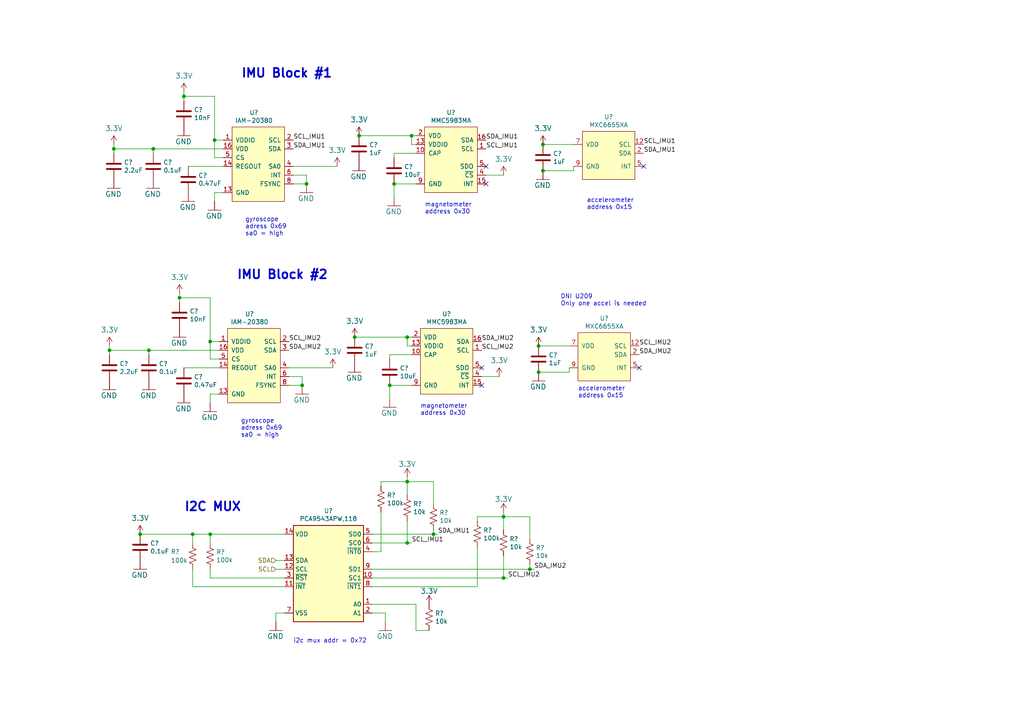
<source format=kicad_sch>
(kicad_sch (version 20211123) (generator eeschema)
  (paper "A4")
  (lib_symbols
    (symbol "mainboard-rescue:C-Device-mainboard-rescue" (pin_numbers hide) (pin_names (offset 0.254))
      (property "Reference" "C" (at 0.635 2.54 0))
      (property "Value" "C-Device-mainboard-rescue" (at 0.635 -2.54 0))
      (symbol "C-Device-mainboard-rescue_0_1"
        (polyline (pts (xy -2.032 -0.762) (xy 2.032 -0.762)) (stroke (width 0.508)))
        (polyline (pts (xy -2.032 0.762) (xy 2.032 0.762)) (stroke (width 0.508)))
      )
      (symbol "C-Device-mainboard-rescue_1_1"
        (pin passive line (at 0 3.81 270) (length 2.794) (name "~") (number "1"))
        (pin passive line (at 0 -3.81 90) (length 2.794) (name "~") (number "2"))
      )
    )
    (symbol "mainboard-rescue:R_US-Device-mainboard-rescue" (pin_numbers hide) (pin_names (offset 0))
      (property "Reference" "R" (at 2.54 0 90))
      (property "Value" "R_US-Device-mainboard-rescue" (at -2.54 0 90))
      (symbol "R_US-Device-mainboard-rescue_0_1"
        (polyline (pts (xy 0 -2.286) (xy 0 -2.54)))
        (polyline (pts (xy 0 2.286) (xy 0 2.54)))
        (polyline (pts (xy 0 -0.762) (xy 1.016 -1.143) (xy 0 -1.524) (xy -1.016 -1.905) (xy 0 -2.286)))
        (polyline (pts (xy 0 0.762) (xy 1.016 0.381) (xy 0 0) (xy -1.016 -0.381) (xy 0 -0.762)))
        (polyline (pts (xy 0 2.286) (xy 1.016 1.905) (xy 0 1.524) (xy -1.016 1.143) (xy 0 0.762)))
      )
      (symbol "R_US-Device-mainboard-rescue_1_1"
        (pin passive line (at 0 3.81 270) (length 1.27) (name "~") (number "1"))
        (pin passive line (at 0 -3.81 90) (length 1.27) (name "~") (number "2"))
      )
    )
    (symbol "mainboard:3.3V" (power) (pin_names (offset 1.016))
      (property "Value" "3.3V" (at -1.016 3.556 0))
      (symbol "3.3V_1_0"
        (polyline (pts (xy 0 2.54) (xy -0.762 1.27)))
        (polyline (pts (xy 0.762 1.27) (xy 0 2.54)))
        (pin power_in line (at 0 0 90) (length 2.54) (name "3.3V") (number "1"))
      )
    )
    (symbol "mainboard:GND" (power) (pin_names (offset 1.016))
      (property "Value" "GND" (at -2.54 -2.54 0))
      (symbol "GND_1_0"
        (polyline (pts (xy -1.905 0) (xy 1.905 0)))
        (pin power_in line (at 0 2.54 270) (length 2.54) (name "GND") (number "1"))
      )
    )
    (symbol "mainboard_SLI:IAM-20380" (pin_names (offset 1.016))
      (property "Reference" "U" (at 0 3.81 0))
      (property "Value" "IAM-20380" (at 0 1.27 0))
      (symbol "IAM-20380_0_0"
        (pin unspecified line (at -10.16 -3.81 0) (length 2.54) (name "VDDIO") (number "1"))
        (pin unspecified line (at -10.16 -19.05 0) (length 2.54) hide (name "RESV_GND") (number "10"))
        (pin unspecified line (at -10.16 -19.05 0) (length 2.54) hide (name "RESV_GND") (number "11"))
        (pin unspecified line (at -10.16 -19.05 0) (length 2.54) hide (name "RESV_GND") (number "12"))
        (pin unspecified line (at -10.16 -19.05 0) (length 2.54) (name "GND") (number "13"))
        (pin unspecified line (at -10.16 -11.43 0) (length 2.54) (name "REGOUT") (number "14"))
        (pin unspecified line (at -10.16 -19.05 0) (length 2.54) hide (name "RESV_GND") (number "15"))
        (pin unspecified line (at -10.16 -6.35 0) (length 2.54) (name "VDD") (number "16"))
        (pin unspecified line (at 10.16 -3.81 180) (length 2.54) (name "SCL") (number "2"))
        (pin unspecified line (at 10.16 -6.35 180) (length 2.54) (name "SDA") (number "3"))
        (pin unspecified line (at 10.16 -11.43 180) (length 2.54) (name "SA0") (number "4"))
        (pin unspecified line (at -10.16 -8.89 0) (length 2.54) (name "CS") (number "5"))
        (pin unspecified line (at 10.16 -13.97 180) (length 2.54) (name "INT") (number "6"))
        (pin unspecified line (at 10.16 -19.05 180) (length 2.54) hide (name "RESV_NC") (number "7"))
        (pin unspecified line (at 10.16 -16.51 180) (length 2.54) (name "FSYNC") (number "8"))
        (pin unspecified line (at -10.16 -19.05 0) (length 2.54) hide (name "RESV_GND") (number "9"))
      )
      (symbol "IAM-20380_0_1"
        (rectangle (start -7.62 0) (end 7.62 -21.59) (fill (type background)))
      )
    )
    (symbol "mainboard_SLI:MMC5983MA" (pin_names (offset 1.016))
      (property "Reference" "U" (at 0 3.81 0))
      (property "Value" "MMC5983MA" (at 0 1.27 0))
      (symbol "MMC5983MA_0_1"
        (rectangle (start -7.62 0) (end 7.62 -19.05) (fill (type background)))
      )
      (symbol "MMC5983MA_1_1"
        (pin input line (at 10.16 -6.35 180) (length 2.54) (name "SCL") (number "1"))
        (pin input line (at -10.16 -7.62 0) (length 2.54) (name "CAP") (number "10"))
        (pin input line (at -10.16 -16.51 0) (length 2.54) hide (name "GND") (number "11"))
        (pin input line (at -10.16 -5.08 0) (length 2.54) (name "VDDIO") (number "13"))
        (pin input line (at 10.16 -16.51 180) (length 2.54) (name "INT") (number "15"))
        (pin input line (at 10.16 -3.81 180) (length 2.54) (name "SDA") (number "16"))
        (pin input line (at -10.16 -2.54 0) (length 2.54) (name "VDD") (number "2"))
        (pin input line (at 10.16 -13.97 180) (length 2.54) (name "~{CS}") (number "4"))
        (pin input line (at 10.16 -11.43 180) (length 2.54) (name "SDO") (number "5"))
        (pin input line (at -10.16 -16.51 0) (length 2.54) (name "GND") (number "9"))
      )
    )
    (symbol "mainboard_SLI:MXC6655XA" (pin_names (offset 1.016))
      (property "Reference" "U" (at 0 3.81 0))
      (property "Value" "MXC6655XA" (at 0 1.27 0))
      (symbol "MXC6655XA_0_1"
        (rectangle (start -7.62 0) (end 7.62 -13.97) (fill (type background)))
      )
      (symbol "MXC6655XA_1_1"
        (pin input line (at 10.16 -3.81 180) (length 2.54) (name "SCL") (number "12"))
        (pin input line (at 10.16 -6.35 180) (length 2.54) (name "SDA") (number "2"))
        (pin input line (at 10.16 -10.16 180) (length 2.54) (name "INT") (number "5"))
        (pin input line (at -10.16 -3.81 0) (length 2.54) (name "VDD") (number "7"))
        (pin input line (at -10.16 -10.16 0) (length 2.54) (name "GND") (number "9"))
      )
    )
    (symbol "mainboard_SLI:PCA9543APW,118"
      (property "Reference" "U" (at 0 6.35 0))
      (property "Value" "PCA9543APW,118" (at 0 2.54 0))
      (symbol "PCA9543APW,118_0_1"
        (rectangle (start 8.89 0) (end -11.43 -27.94) (stroke (width 0.254)) (fill (type background)))
      )
      (symbol "PCA9543APW,118_1_1"
        (pin input line (at 11.43 -22.86 180) (length 2.54) (name "A0") (number "1"))
        (pin output line (at 11.43 -15.24 180) (length 2.54) (name "SC1") (number "10"))
        (pin open_collector line (at -13.97 -17.78 0) (length 2.54) (name "~{INT}") (number "11"))
        (pin input line (at -13.97 -12.7 0) (length 2.54) (name "SCL") (number "12"))
        (pin bidirectional line (at -13.97 -10.16 0) (length 2.54) (name "SDA") (number "13"))
        (pin power_in line (at -13.97 -2.54 0) (length 2.54) (name "VDD") (number "14"))
        (pin input line (at 11.43 -25.4 180) (length 2.54) (name "A1") (number "2"))
        (pin open_collector line (at -13.97 -15.24 0) (length 2.54) (name "~{RST}") (number "3"))
        (pin input line (at 11.43 -7.62 180) (length 2.54) (name "~{INT0}") (number "4"))
        (pin bidirectional line (at 11.43 -2.54 180) (length 2.54) (name "SD0") (number "5"))
        (pin output line (at 11.43 -5.08 180) (length 2.54) (name "SC0") (number "6"))
        (pin power_in line (at -13.97 -25.4 0) (length 2.54) (name "VSS") (number "7"))
        (pin input line (at 11.43 -17.78 180) (length 2.54) (name "~{INT1}") (number "8"))
        (pin bidirectional line (at 11.43 -12.7 180) (length 2.54) (name "SD1") (number "9"))
      )
    )
  )
  (junction (at 119.38 39.37))
  (junction (at 146.05 167.64))
  (junction (at 53.34 27.94))
  (junction (at 118.11 97.79))
  (junction (at 62.23 40.64))
  (junction (at 31.75 101.6))
  (junction (at 102.87 97.79))
  (junction (at 52.07 86.36))
  (junction (at 60.96 99.06))
  (junction (at 33.02 43.18))
  (junction (at 146.05 149.86))
  (junction (at 113.03 111.76))
  (junction (at 43.18 101.6))
  (junction (at 156.21 107.95))
  (junction (at 118.11 139.7))
  (junction (at 157.48 49.53))
  (junction (at 153.67 165.1))
  (junction (at 40.64 154.94))
  (junction (at 114.3 53.34))
  (junction (at 156.21 100.33))
  (junction (at 104.14 39.37))
  (junction (at 88.9 53.34))
  (junction (at 118.11 157.48))
  (junction (at 44.45 43.18))
  (junction (at 87.63 111.76))
  (junction (at 55.88 154.94))
  (junction (at 125.73 154.94))
  (junction (at 157.48 41.91))
  (junction (at 60.96 154.94))
  (no_connect (at 186.69 48.26))
  (no_connect (at 185.42 106.68))
  (no_connect (at 140.97 48.26))
  (no_connect (at 139.7 111.76))
  (no_connect (at 140.97 53.34))
  (no_connect (at 139.7 106.68))
  (wire (pts (xy 118.11 139.7) (xy 110.49 139.7)))
  (wire (pts (xy 85.09 50.8) (xy 88.9 50.8)))
  (wire (pts (xy 83.82 109.22) (xy 87.63 109.22)))
  (wire (pts (xy 60.96 167.64) (xy 60.96 165.1)))
  (wire (pts (xy 88.9 53.34) (xy 85.09 53.34)))
  (wire (pts (xy 33.02 41.91) (xy 33.02 43.18)))
  (wire (pts (xy 153.67 165.1) (xy 154.94 165.1)))
  (wire (pts (xy 114.3 45.72) (xy 114.3 44.45)))
  (wire (pts (xy 118.11 97.79) (xy 119.38 97.79)))
  (wire (pts (xy 146.05 161.29) (xy 146.05 167.64)))
  (wire (pts (xy 118.11 139.7) (xy 118.11 138.43)))
  (wire (pts (xy 120.65 182.88) (xy 124.46 182.88)))
  (wire (pts (xy 64.77 43.18) (xy 44.45 43.18)))
  (wire (pts (xy 146.05 149.86) (xy 146.05 148.59)))
  (wire (pts (xy 166.37 48.26) (xy 166.37 49.53)))
  (wire (pts (xy 88.9 50.8) (xy 88.9 53.34)))
  (wire (pts (xy 55.88 170.18) (xy 82.55 170.18)))
  (wire (pts (xy 60.96 157.48) (xy 60.96 154.94)))
  (wire (pts (xy 63.5 104.14) (xy 60.96 104.14)))
  (wire (pts (xy 40.64 154.94) (xy 55.88 154.94)))
  (wire (pts (xy 165.1 107.95) (xy 156.21 107.95)))
  (wire (pts (xy 33.02 43.18) (xy 44.45 43.18)))
  (wire (pts (xy 52.07 85.09) (xy 52.07 86.36)))
  (wire (pts (xy 125.73 139.7) (xy 125.73 146.05)))
  (wire (pts (xy 153.67 149.86) (xy 146.05 149.86)))
  (wire (pts (xy 118.11 143.51) (xy 118.11 139.7)))
  (wire (pts (xy 139.7 109.22) (xy 144.78 109.22)))
  (wire (pts (xy 60.96 114.3) (xy 60.96 116.84)))
  (wire (pts (xy 118.11 100.33) (xy 118.11 97.79)))
  (wire (pts (xy 60.96 86.36) (xy 60.96 99.06)))
  (wire (pts (xy 165.1 106.68) (xy 165.1 107.95)))
  (wire (pts (xy 153.67 163.83) (xy 153.67 165.1)))
  (wire (pts (xy 166.37 49.53) (xy 157.48 49.53)))
  (wire (pts (xy 82.55 162.56) (xy 80.01 162.56)))
  (wire (pts (xy 107.95 157.48) (xy 118.11 157.48)))
  (wire (pts (xy 60.96 154.94) (xy 82.55 154.94)))
  (wire (pts (xy 107.95 175.26) (xy 120.65 175.26)))
  (wire (pts (xy 64.77 40.64) (xy 62.23 40.64)))
  (wire (pts (xy 113.03 102.87) (xy 119.38 102.87)))
  (wire (pts (xy 114.3 44.45) (xy 120.65 44.45)))
  (wire (pts (xy 156.21 100.33) (xy 165.1 100.33)))
  (wire (pts (xy 53.34 26.67) (xy 53.34 27.94)))
  (wire (pts (xy 110.49 160.02) (xy 110.49 148.59)))
  (wire (pts (xy 44.45 43.18) (xy 44.45 44.45)))
  (wire (pts (xy 140.97 50.8) (xy 146.05 50.8)))
  (wire (pts (xy 33.02 43.18) (xy 33.02 44.45)))
  (wire (pts (xy 119.38 39.37) (xy 120.65 39.37)))
  (wire (pts (xy 63.5 106.68) (xy 53.34 106.68)))
  (wire (pts (xy 146.05 153.67) (xy 146.05 149.86)))
  (wire (pts (xy 110.49 139.7) (xy 110.49 140.97)))
  (wire (pts (xy 52.07 86.36) (xy 60.96 86.36)))
  (wire (pts (xy 119.38 100.33) (xy 118.11 100.33)))
  (wire (pts (xy 113.03 111.76) (xy 113.03 115.57)))
  (wire (pts (xy 62.23 27.94) (xy 62.23 40.64)))
  (wire (pts (xy 31.75 100.33) (xy 31.75 101.6)))
  (wire (pts (xy 53.34 27.94) (xy 62.23 27.94)))
  (wire (pts (xy 146.05 167.64) (xy 147.32 167.64)))
  (wire (pts (xy 153.67 165.1) (xy 107.95 165.1)))
  (wire (pts (xy 157.48 41.91) (xy 166.37 41.91)))
  (wire (pts (xy 60.96 167.64) (xy 82.55 167.64)))
  (wire (pts (xy 146.05 149.86) (xy 138.43 149.86)))
  (wire (pts (xy 55.88 165.1) (xy 55.88 170.18)))
  (wire (pts (xy 113.03 104.14) (xy 113.03 102.87)))
  (wire (pts (xy 125.73 139.7) (xy 118.11 139.7)))
  (wire (pts (xy 87.63 111.76) (xy 83.82 111.76)))
  (wire (pts (xy 113.03 111.76) (xy 119.38 111.76)))
  (wire (pts (xy 64.77 45.72) (xy 62.23 45.72)))
  (wire (pts (xy 82.55 177.8) (xy 80.01 177.8)))
  (wire (pts (xy 118.11 157.48) (xy 119.38 157.48)))
  (wire (pts (xy 114.3 53.34) (xy 120.65 53.34)))
  (wire (pts (xy 110.49 160.02) (xy 107.95 160.02)))
  (wire (pts (xy 31.75 101.6) (xy 43.18 101.6)))
  (wire (pts (xy 31.75 101.6) (xy 31.75 102.87)))
  (wire (pts (xy 107.95 167.64) (xy 146.05 167.64)))
  (wire (pts (xy 80.01 177.8) (xy 80.01 180.34)))
  (wire (pts (xy 125.73 154.94) (xy 127 154.94)))
  (wire (pts (xy 107.95 154.94) (xy 125.73 154.94)))
  (wire (pts (xy 63.5 101.6) (xy 43.18 101.6)))
  (wire (pts (xy 111.76 177.8) (xy 107.95 177.8)))
  (wire (pts (xy 52.07 86.36) (xy 52.07 87.63)))
  (wire (pts (xy 138.43 158.75) (xy 138.43 170.18)))
  (wire (pts (xy 63.5 114.3) (xy 60.96 114.3)))
  (wire (pts (xy 43.18 101.6) (xy 43.18 102.87)))
  (wire (pts (xy 104.14 39.37) (xy 119.38 39.37)))
  (wire (pts (xy 62.23 45.72) (xy 62.23 40.64)))
  (wire (pts (xy 63.5 99.06) (xy 60.96 99.06)))
  (wire (pts (xy 53.34 27.94) (xy 53.34 29.21)))
  (wire (pts (xy 55.88 157.48) (xy 55.88 154.94)))
  (wire (pts (xy 55.88 154.94) (xy 60.96 154.94)))
  (wire (pts (xy 118.11 157.48) (xy 118.11 151.13)))
  (wire (pts (xy 120.65 41.91) (xy 119.38 41.91)))
  (wire (pts (xy 62.23 55.88) (xy 62.23 58.42)))
  (wire (pts (xy 80.01 165.1) (xy 82.55 165.1)))
  (wire (pts (xy 60.96 104.14) (xy 60.96 99.06)))
  (wire (pts (xy 85.09 48.26) (xy 97.79 48.26)))
  (wire (pts (xy 153.67 149.86) (xy 153.67 156.21)))
  (wire (pts (xy 119.38 41.91) (xy 119.38 39.37)))
  (wire (pts (xy 138.43 149.86) (xy 138.43 151.13)))
  (wire (pts (xy 125.73 154.94) (xy 125.73 153.67)))
  (wire (pts (xy 102.87 97.79) (xy 118.11 97.79)))
  (wire (pts (xy 64.77 55.88) (xy 62.23 55.88)))
  (wire (pts (xy 120.65 175.26) (xy 120.65 182.88)))
  (wire (pts (xy 87.63 109.22) (xy 87.63 111.76)))
  (wire (pts (xy 83.82 106.68) (xy 96.52 106.68)))
  (wire (pts (xy 64.77 48.26) (xy 54.61 48.26)))
  (wire (pts (xy 111.76 177.8) (xy 111.76 180.34)))
  (wire (pts (xy 107.95 170.18) (xy 138.43 170.18)))
  (wire (pts (xy 114.3 53.34) (xy 114.3 57.15)))
  (text "gyroscope\nadress 0x69\nsa0 = high" (at 69.85 127 0) (effects (font (size 1.27 1.27)) (justify left bottom)))
  (text "DNI U209\nOnly one accel is needed" (at 162.56 88.9 0) (effects (font (size 1.27 1.27)) (justify left bottom)))
  (text "i2c mux addr = 0x72" (at 85.09 186.69 0) (effects (font (size 1.27 1.27)) (justify left bottom)))
  (text "accelerometer\naddress 0x15" (at 167.64 115.57 0) (effects (font (size 1.27 1.27)) (justify left bottom)))
  (text "magnetometer\naddress 0x30" (at 121.92 120.65 0) (effects (font (size 1.27 1.27)) (justify left bottom)))
  (text "I2C MUX" (at 53.34 148.59 0) (effects (font (size 2.54 2.54) (thickness 0.508) bold) (justify left bottom)))
  (text "IMU Block #2" (at 68.58 81.28 0) (effects (font (size 2.54 2.54) (thickness 0.508) bold) (justify left bottom)))
  (text "magnetometer\naddress 0x30" (at 123.19 62.23 0) (effects (font (size 1.27 1.27)) (justify left bottom)))
  (text "accelerometer\naddress 0x15" (at 170.18 60.96 0) (effects (font (size 1.27 1.27)) (justify left bottom)))
  (text "IMU Block #1" (at 69.85 22.86 0) (effects (font (size 2.54 2.54) (thickness 0.508) bold) (justify left bottom)))
  (text "gyroscope\nadress 0x69\nsa0 = high" (at 71.12 68.58 0) (effects (font (size 1.27 1.27)) (justify left bottom)))
  (label "SDA_IMU1" (at 140.97 40.64 0))
  (label "SCL_IMU1" (at 119.38 157.48 0))
  (label "SDA_IMU1" (at 127 154.94 0))
  (label "SDA_IMU2" (at 185.42 102.87 0))
  (label "SDA_IMU1" (at 186.69 44.45 0))
  (label "SCL_IMU2" (at 139.7 101.6 0))
  (label "SDA_IMU2" (at 83.82 101.6 0))
  (label "SCL_IMU1" (at 186.69 41.91 0))
  (label "SCL_IMU1" (at 140.97 43.18 0))
  (label "SDA_IMU2" (at 139.7 99.06 0))
  (label "SDA_IMU2" (at 154.94 165.1 0))
  (label "SDA_IMU1" (at 85.09 43.18 0))
  (label "SCL_IMU1" (at 85.09 40.64 0))
  (label "SCL_IMU2" (at 185.42 100.33 0))
  (label "SCL_IMU2" (at 83.82 99.06 0))
  (label "SCL_IMU2" (at 147.32 167.64 0))
  (hierarchical_label "SDA" (shape input) (at 80.01 162.56 180))
  (hierarchical_label "SCL" (shape input) (at 80.01 165.1 180))
  (symbol (lib_id "mainboard:GND") (at 62.23 60.96 0) (unit 1)
    (property "Reference" "#GND?" (effects hide))
    (property "Value" "GND" (at 59.69 63.5 0) (effects (font (size 1.4986 1.4986)) (justify left bottom)))
  )
  (symbol (lib_id "mainboard:GND") (at 54.61 58.42 0) (unit 1)
    (property "Reference" "#GND?" (effects hide))
    (property "Value" "GND" (at 52.07 60.96 0) (effects (font (size 1.4986 1.4986)) (justify left bottom)))
  )
  (symbol (lib_id "mainboard-rescue:C-Device-mainboard-rescue") (at 43.18 106.68 0) (unit 1)
    (property "Reference" "C?" (at 46.101 105.5116 0) (effects (justify left)))
    (property "Value" "0.1uF" (at 46.101 107.823 0) (effects (justify left)))
    (property "Footprint" "Capacitor_SMD:C_0603_1608Metric" (effects hide))
  )
  (symbol (lib_id "mainboard_SLI:IAM-20380") (at 74.93 36.83 0) (unit 1)
    (property "Reference" "U?" (at 73.66 32.639 0))
    (property "Value" "IAM-20380" (at 73.66 34.9504 0))
    (property "Footprint" "payload-interface-board:IAM-20380" (effects hide))
  )
  (symbol (lib_id "mainboard-rescue:C-Device-mainboard-rescue") (at 104.14 43.18 0) (unit 1)
    (property "Reference" "C?" (at 107.061 42.0116 0) (effects (justify left)))
    (property "Value" "1uF" (at 107.061 44.323 0) (effects (justify left)))
    (property "Footprint" "Capacitor_SMD:C_0603_1608Metric" (effects hide))
  )
  (symbol (lib_id "mainboard-rescue:R_US-Device-mainboard-rescue") (at 146.05 157.48 0) (unit 1)
    (property "Reference" "R?" (at 147.7772 156.3116 0) (effects (justify left)))
    (property "Value" "10k" (at 147.7772 158.623 0) (effects (justify left)))
    (property "Footprint" "Resistor_SMD:R_0603_1608Metric" (effects hide))
  )
  (symbol (lib_id "mainboard:GND") (at 43.18 113.03 0) (unit 1)
    (property "Reference" "#GND?" (effects hide))
    (property "Value" "GND" (at 40.64 115.57 0) (effects (font (size 1.4986 1.4986)) (justify left bottom)))
  )
  (symbol (lib_id "mainboard:GND") (at 31.75 113.03 0) (unit 1)
    (property "Reference" "#GND?" (effects hide))
    (property "Value" "GND" (at 29.21 115.57 0) (effects (font (size 1.4986 1.4986)) (justify left bottom)))
  )
  (symbol (lib_id "mainboard_SLI:MMC5983MA") (at 129.54 95.25 0) (unit 1)
    (property "Reference" "U?" (at 129.54 91.059 0))
    (property "Value" "MMC5983MA" (at 129.54 93.3704 0))
    (property "Footprint" "payload-interface-boardI:MMC5983MA" (effects hide))
  )
  (symbol (lib_id "mainboard:3.3V") (at 40.64 154.94 0) (unit 1)
    (property "Reference" "#SUPPLY?" (effects hide))
    (property "Value" "3.3V" (at 38.1 151.13 0) (effects (font (size 1.4986 1.4986)) (justify left bottom)))
  )
  (symbol (lib_id "mainboard_SLI:IAM-20380") (at 73.66 95.25 0) (unit 1)
    (property "Reference" "U?" (at 72.39 91.059 0))
    (property "Value" "IAM-20380" (at 72.39 93.3704 0))
    (property "Footprint" "payload-interface-board:IAM-20380" (effects hide))
  )
  (symbol (lib_id "mainboard-rescue:C-Device-mainboard-rescue") (at 31.75 106.68 0) (unit 1)
    (property "Reference" "C?" (at 34.671 105.5116 0) (effects (justify left)))
    (property "Value" "2.2uF" (at 34.671 107.823 0) (effects (justify left)))
    (property "Footprint" "Capacitor_SMD:C_0603_1608Metric" (effects hide))
  )
  (symbol (lib_id "mainboard:3.3V") (at 53.34 26.67 0) (unit 1)
    (property "Reference" "#SUPPLY?" (effects hide))
    (property "Value" "3.3V" (at 50.8 22.86 0) (effects (font (size 1.4986 1.4986)) (justify left bottom)))
  )
  (symbol (lib_id "mainboard-rescue:C-Device-mainboard-rescue") (at 157.48 45.72 0) (unit 1)
    (property "Reference" "C?" (at 160.401 44.5516 0) (effects (justify left)))
    (property "Value" "1uF" (at 160.401 46.863 0) (effects (justify left)))
    (property "Footprint" "Capacitor_SMD:C_0603_1608Metric" (effects hide))
  )
  (symbol (lib_id "mainboard:GND") (at 80.01 182.88 0) (unit 1)
    (property "Reference" "#GND?" (effects hide))
    (property "Value" "GND" (at 77.47 185.42 0) (effects (font (size 1.4986 1.4986)) (justify left bottom)))
  )
  (symbol (lib_id "mainboard:3.3V") (at 146.05 50.8 0) (unit 1)
    (property "Reference" "#SUPPLY?" (effects hide))
    (property "Value" "3.3V" (at 143.51 46.99 0) (effects (font (size 1.4986 1.4986)) (justify left bottom)))
  )
  (symbol (lib_id "mainboard:GND") (at 113.03 118.11 0) (unit 1)
    (property "Reference" "#GND?" (effects hide))
    (property "Value" "GND" (at 110.49 120.65 0) (effects (font (size 1.4986 1.4986)) (justify left bottom)))
  )
  (symbol (lib_id "mainboard-rescue:R_US-Device-mainboard-rescue") (at 138.43 154.94 0) (unit 1)
    (property "Reference" "R?" (at 140.1572 153.7716 0) (effects (justify left)))
    (property "Value" "100k" (at 140.1572 156.083 0) (effects (justify left)))
    (property "Footprint" "Resistor_SMD:R_0603_1608Metric" (effects hide))
  )
  (symbol (lib_id "mainboard-rescue:C-Device-mainboard-rescue") (at 53.34 33.02 0) (unit 1)
    (property "Reference" "C?" (at 56.261 31.8516 0) (effects (justify left)))
    (property "Value" "10nF" (at 56.261 34.163 0) (effects (justify left)))
    (property "Footprint" "Capacitor_SMD:C_0603_1608Metric" (effects hide))
  )
  (symbol (lib_id "mainboard:3.3V") (at 157.48 41.91 0) (unit 1)
    (property "Reference" "#SUPPLY?" (effects hide))
    (property "Value" "3.3V" (at 154.94 38.1 0) (effects (font (size 1.4986 1.4986)) (justify left bottom)))
  )
  (symbol (lib_id "mainboard:3.3V") (at 144.78 109.22 0) (unit 1)
    (property "Reference" "#SUPPLY?" (effects hide))
    (property "Value" "3.3V" (at 142.24 105.41 0) (effects (font (size 1.4986 1.4986)) (justify left bottom)))
  )
  (symbol (lib_id "mainboard:3.3V") (at 124.46 175.26 0) (unit 1)
    (property "Reference" "#P+?" (effects hide))
    (property "Value" "3.3V" (at 124.46 171.45 0) (effects (font (size 1.4986 1.4986))))
  )
  (symbol (lib_id "mainboard-rescue:R_US-Device-mainboard-rescue") (at 110.49 144.78 0) (unit 1)
    (property "Reference" "R?" (at 112.2172 143.6116 0) (effects (justify left)))
    (property "Value" "100k" (at 112.2172 145.923 0) (effects (justify left)))
    (property "Footprint" "Resistor_SMD:R_0603_1608Metric" (effects hide))
  )
  (symbol (lib_id "mainboard-rescue:R_US-Device-mainboard-rescue") (at 124.46 179.07 0) (unit 1)
    (property "Reference" "R?" (at 126.1872 177.9016 0) (effects (justify left)))
    (property "Value" "10k" (at 126.1872 180.213 0) (effects (justify left)))
    (property "Footprint" "Resistor_SMD:R_0603_1608Metric" (effects hide))
  )
  (symbol (lib_id "mainboard:GND") (at 104.14 49.53 0) (unit 1)
    (property "Reference" "#GND?" (effects hide))
    (property "Value" "GND" (at 101.6 52.07 0) (effects (font (size 1.4986 1.4986)) (justify left bottom)))
  )
  (symbol (lib_id "mainboard-rescue:R_US-Device-mainboard-rescue") (at 55.88 161.29 0) (unit 1)
    (property "Reference" "R?" (at 49.53 160.02 0) (effects (justify left)))
    (property "Value" "100k" (at 49.53 162.56 0) (effects (justify left)))
    (property "Footprint" "Resistor_SMD:R_0603_1608Metric" (effects hide))
  )
  (symbol (lib_id "mainboard-rescue:C-Device-mainboard-rescue") (at 53.34 110.49 0) (unit 1)
    (property "Reference" "C?" (at 56.261 109.3216 0) (effects (justify left)))
    (property "Value" "0.47uF" (at 56.261 111.633 0) (effects (justify left)))
    (property "Footprint" "Capacitor_SMD:C_0603_1608Metric" (effects hide))
  )
  (symbol (lib_id "mainboard:3.3V") (at 102.87 97.79 0) (unit 1)
    (property "Reference" "#SUPPLY?" (effects hide))
    (property "Value" "3.3V" (at 100.33 93.98 0) (effects (font (size 1.4986 1.4986)) (justify left bottom)))
  )
  (symbol (lib_id "mainboard-rescue:R_US-Device-mainboard-rescue") (at 60.96 161.29 0) (unit 1)
    (property "Reference" "R?" (at 62.6872 160.1216 0) (effects (justify left)))
    (property "Value" "100k" (at 62.6872 162.433 0) (effects (justify left)))
    (property "Footprint" "Resistor_SMD:R_0603_1608Metric" (effects hide))
  )
  (symbol (lib_id "mainboard:3.3V") (at 146.05 148.59 0) (unit 1)
    (property "Reference" "#P+?" (effects hide))
    (property "Value" "3.3V" (at 146.05 144.78 0) (effects (font (size 1.4986 1.4986))))
  )
  (symbol (lib_id "mainboard-rescue:C-Device-mainboard-rescue") (at 54.61 52.07 0) (unit 1)
    (property "Reference" "C?" (at 57.531 50.9016 0) (effects (justify left)))
    (property "Value" "0.47uF" (at 57.531 53.213 0) (effects (justify left)))
    (property "Footprint" "Capacitor_SMD:C_0603_1608Metric" (effects hide))
  )
  (symbol (lib_id "mainboard-rescue:C-Device-mainboard-rescue") (at 33.02 48.26 0) (unit 1)
    (property "Reference" "C?" (at 35.941 47.0916 0) (effects (justify left)))
    (property "Value" "2.2uF" (at 35.941 49.403 0) (effects (justify left)))
    (property "Footprint" "Capacitor_SMD:C_0603_1608Metric" (effects hide))
  )
  (symbol (lib_id "mainboard-rescue:C-Device-mainboard-rescue") (at 44.45 48.26 0) (unit 1)
    (property "Reference" "C?" (at 47.371 47.0916 0) (effects (justify left)))
    (property "Value" "0.1uF" (at 47.371 49.403 0) (effects (justify left)))
    (property "Footprint" "Capacitor_SMD:C_0603_1608Metric" (effects hide))
  )
  (symbol (lib_id "mainboard-rescue:C-Device-mainboard-rescue") (at 114.3 49.53 0) (unit 1)
    (property "Reference" "C?" (at 117.221 48.3616 0) (effects (justify left)))
    (property "Value" "10uF" (at 117.221 50.673 0) (effects (justify left)))
    (property "Footprint" "Capacitor_SMD:C_0805_2012Metric" (effects hide))
  )
  (symbol (lib_id "mainboard_SLI:MMC5983MA") (at 130.81 36.83 0) (unit 1)
    (property "Reference" "U?" (at 130.81 32.639 0))
    (property "Value" "MMC5983MA" (at 130.81 34.9504 0))
    (property "Footprint" "payload-interface-boardI:MMC5983MA" (effects hide))
  )
  (symbol (lib_id "mainboard:GND") (at 157.48 52.07 0) (unit 1)
    (property "Reference" "#GND?" (effects hide))
    (property "Value" "GND" (at 154.94 54.61 0) (effects (font (size 1.4986 1.4986)) (justify left bottom)))
  )
  (symbol (lib_id "mainboard:GND") (at 33.02 54.61 0) (unit 1)
    (property "Reference" "#GND?" (effects hide))
    (property "Value" "GND" (at 30.48 57.15 0) (effects (font (size 1.4986 1.4986)) (justify left bottom)))
  )
  (symbol (lib_id "mainboard:GND") (at 87.63 114.3 0) (unit 1)
    (property "Reference" "#GND?" (effects hide))
    (property "Value" "GND" (at 85.09 116.84 0) (effects (font (size 1.4986 1.4986)) (justify left bottom)))
  )
  (symbol (lib_id "mainboard:3.3V") (at 104.14 39.37 0) (unit 1)
    (property "Reference" "#SUPPLY?" (effects hide))
    (property "Value" "3.3V" (at 101.6 35.56 0) (effects (font (size 1.4986 1.4986)) (justify left bottom)))
  )
  (symbol (lib_id "mainboard:GND") (at 44.45 54.61 0) (unit 1)
    (property "Reference" "#GND?" (effects hide))
    (property "Value" "GND" (at 41.91 57.15 0) (effects (font (size 1.4986 1.4986)) (justify left bottom)))
  )
  (symbol (lib_id "mainboard_SLI:MXC6655XA") (at 175.26 96.52 0) (unit 1)
    (property "Reference" "U?" (at 175.26 92.329 0))
    (property "Value" "MXC6655XA" (at 175.26 94.6404 0))
    (property "Footprint" "payload-interface-boardI:MXC6655XA" (effects hide))
  )
  (symbol (lib_id "mainboard:3.3V") (at 156.21 100.33 0) (unit 1)
    (property "Reference" "#SUPPLY?" (effects hide))
    (property "Value" "3.3V" (at 153.67 96.52 0) (effects (font (size 1.4986 1.4986)) (justify left bottom)))
  )
  (symbol (lib_id "mainboard:3.3V") (at 31.75 100.33 0) (unit 1)
    (property "Reference" "#SUPPLY?" (effects hide))
    (property "Value" "3.3V" (at 29.21 96.52 0) (effects (font (size 1.4986 1.4986)) (justify left bottom)))
  )
  (symbol (lib_id "mainboard-rescue:C-Device-mainboard-rescue") (at 52.07 91.44 0) (unit 1)
    (property "Reference" "C?" (at 54.991 90.2716 0) (effects (justify left)))
    (property "Value" "10nF" (at 54.991 92.583 0) (effects (justify left)))
    (property "Footprint" "Capacitor_SMD:C_0603_1608Metric" (effects hide))
  )
  (symbol (lib_id "mainboard:GND") (at 114.3 59.69 0) (unit 1)
    (property "Reference" "#GND?" (effects hide))
    (property "Value" "GND" (at 111.76 62.23 0) (effects (font (size 1.4986 1.4986)) (justify left bottom)))
  )
  (symbol (lib_id "mainboard-rescue:C-Device-mainboard-rescue") (at 113.03 107.95 0) (unit 1)
    (property "Reference" "C?" (at 115.951 106.7816 0) (effects (justify left)))
    (property "Value" "10uF" (at 115.951 109.093 0) (effects (justify left)))
    (property "Footprint" "Capacitor_SMD:C_0805_2012Metric" (effects hide))
  )
  (symbol (lib_id "mainboard:3.3V") (at 97.79 48.26 0) (unit 1)
    (property "Reference" "#SUPPLY?" (effects hide))
    (property "Value" "3.3V" (at 95.25 44.45 0) (effects (font (size 1.4986 1.4986)) (justify left bottom)))
  )
  (symbol (lib_id "mainboard-rescue:C-Device-mainboard-rescue") (at 102.87 101.6 0) (unit 1)
    (property "Reference" "C?" (at 105.791 100.4316 0) (effects (justify left)))
    (property "Value" "1uF" (at 105.791 102.743 0) (effects (justify left)))
    (property "Footprint" "Capacitor_SMD:C_0603_1608Metric" (effects hide))
  )
  (symbol (lib_id "mainboard:GND") (at 156.21 110.49 0) (unit 1)
    (property "Reference" "#GND?" (effects hide))
    (property "Value" "GND" (at 153.67 113.03 0) (effects (font (size 1.4986 1.4986)) (justify left bottom)))
  )
  (symbol (lib_id "mainboard:GND") (at 102.87 107.95 0) (unit 1)
    (property "Reference" "#GND?" (effects hide))
    (property "Value" "GND" (at 100.33 110.49 0) (effects (font (size 1.4986 1.4986)) (justify left bottom)))
  )
  (symbol (lib_id "mainboard:3.3V") (at 33.02 41.91 0) (unit 1)
    (property "Reference" "#SUPPLY?" (effects hide))
    (property "Value" "3.3V" (at 30.48 38.1 0) (effects (font (size 1.4986 1.4986)) (justify left bottom)))
  )
  (symbol (lib_id "mainboard:GND") (at 60.96 119.38 0) (unit 1)
    (property "Reference" "#GND?" (effects hide))
    (property "Value" "GND" (at 58.42 121.92 0) (effects (font (size 1.4986 1.4986)) (justify left bottom)))
  )
  (symbol (lib_id "mainboard:3.3V") (at 52.07 85.09 0) (unit 1)
    (property "Reference" "#SUPPLY?" (effects hide))
    (property "Value" "3.3V" (at 49.53 81.28 0) (effects (font (size 1.4986 1.4986)) (justify left bottom)))
  )
  (symbol (lib_id "mainboard_SLI:PCA9543APW,118") (at 96.52 152.4 0) (unit 1)
    (property "Reference" "U?" (at 95.25 148.1582 0))
    (property "Value" "PCA9543APW,118" (at 95.25 150.4696 0))
    (property "Footprint" "Package_SO:TSSOP-14_4.4x5mm_P0.65mm" (effects hide))
    (property "Datasheet" "http://www.nxp.com/documents/data_sheet/PCA9544A.pdf" (effects hide))
  )
  (symbol (lib_id "mainboard-rescue:R_US-Device-mainboard-rescue") (at 125.73 149.86 0) (unit 1)
    (property "Reference" "R?" (at 127.4572 148.6916 0) (effects (justify left)))
    (property "Value" "10k" (at 127.4572 151.003 0) (effects (justify left)))
    (property "Footprint" "Resistor_SMD:R_0603_1608Metric" (effects hide))
  )
  (symbol (lib_id "mainboard:3.3V") (at 96.52 106.68 0) (unit 1)
    (property "Reference" "#SUPPLY?" (effects hide))
    (property "Value" "3.3V" (at 93.98 102.87 0) (effects (font (size 1.4986 1.4986)) (justify left bottom)))
  )
  (symbol (lib_id "mainboard:GND") (at 53.34 39.37 0) (unit 1)
    (property "Reference" "#GND?" (effects hide))
    (property "Value" "GND" (at 50.8 41.91 0) (effects (font (size 1.4986 1.4986)) (justify left bottom)))
  )
  (symbol (lib_id "mainboard-rescue:C-Device-mainboard-rescue") (at 156.21 104.14 0) (unit 1)
    (property "Reference" "C?" (at 159.131 102.9716 0) (effects (justify left)))
    (property "Value" "1uF" (at 159.131 105.283 0) (effects (justify left)))
    (property "Footprint" "Capacitor_SMD:C_0603_1608Metric" (effects hide))
  )
  (symbol (lib_id "mainboard-rescue:R_US-Device-mainboard-rescue") (at 153.67 160.02 0) (unit 1)
    (property "Reference" "R?" (at 155.3972 158.8516 0) (effects (justify left)))
    (property "Value" "10k" (at 155.3972 161.163 0) (effects (justify left)))
    (property "Footprint" "Resistor_SMD:R_0603_1608Metric" (effects hide))
  )
  (symbol (lib_id "mainboard:GND") (at 53.34 116.84 0) (unit 1)
    (property "Reference" "#GND?" (effects hide))
    (property "Value" "GND" (at 50.8 119.38 0) (effects (font (size 1.4986 1.4986)) (justify left bottom)))
  )
  (symbol (lib_id "mainboard:GND") (at 88.9 55.88 0) (unit 1)
    (property "Reference" "#GND?" (effects hide))
    (property "Value" "GND" (at 86.36 58.42 0) (effects (font (size 1.4986 1.4986)) (justify left bottom)))
  )
  (symbol (lib_id "mainboard:GND") (at 40.64 165.1 0) (unit 1)
    (property "Reference" "#GND?" (effects hide))
    (property "Value" "GND" (at 38.1 167.64 0) (effects (font (size 1.4986 1.4986)) (justify left bottom)))
  )
  (symbol (lib_id "mainboard_SLI:MXC6655XA") (at 176.53 38.1 0) (unit 1)
    (property "Reference" "U?" (at 176.53 33.909 0))
    (property "Value" "MXC6655XA" (at 176.53 36.2204 0))
    (property "Footprint" "payload-interface-boardI:MXC6655XA" (effects hide))
  )
  (symbol (lib_id "mainboard:3.3V") (at 118.11 138.43 0) (unit 1)
    (property "Reference" "#P+?" (effects hide))
    (property "Value" "3.3V" (at 118.11 134.62 0) (effects (font (size 1.4986 1.4986))))
  )
  (symbol (lib_id "mainboard:GND") (at 52.07 97.79 0) (unit 1)
    (property "Reference" "#GND?" (effects hide))
    (property "Value" "GND" (at 49.53 100.33 0) (effects (font (size 1.4986 1.4986)) (justify left bottom)))
  )
  (symbol (lib_id "mainboard-rescue:C-Device-mainboard-rescue") (at 40.64 158.75 0) (unit 1)
    (property "Reference" "C?" (at 43.561 157.5816 0) (effects (justify left)))
    (property "Value" "0.1uF" (at 43.561 159.893 0) (effects (justify left)))
    (property "Footprint" "Capacitor_SMD:C_0603_1608Metric" (effects hide))
  )
  (symbol (lib_id "mainboard:GND") (at 111.76 182.88 0) (unit 1)
    (property "Reference" "#GND?" (effects hide))
    (property "Value" "GND" (at 109.22 185.42 0) (effects (font (size 1.4986 1.4986)) (justify left bottom)))
  )
  (symbol (lib_id "mainboard-rescue:R_US-Device-mainboard-rescue") (at 118.11 147.32 0) (unit 1)
    (property "Reference" "R?" (at 119.8372 146.1516 0) (effects (justify left)))
    (property "Value" "10k" (at 119.8372 148.463 0) (effects (justify left)))
    (property "Footprint" "Resistor_SMD:R_0603_1608Metric" (effects hide))
  )
)
</source>
